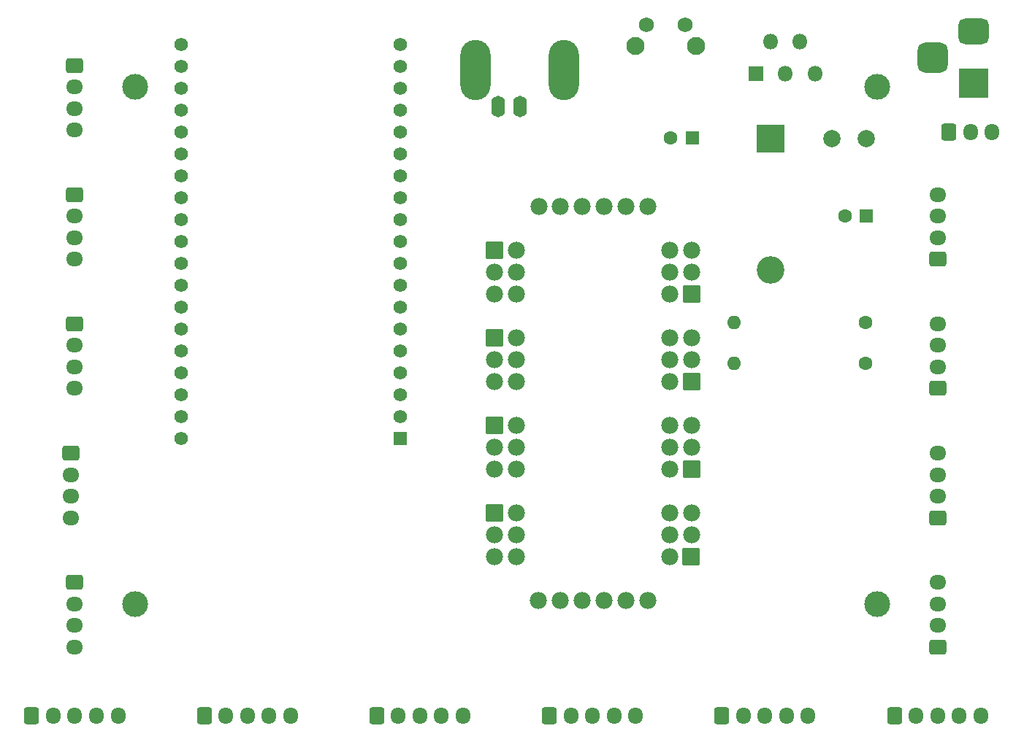
<source format=gbr>
%TF.GenerationSoftware,KiCad,Pcbnew,7.0.8*%
%TF.CreationDate,2024-05-21T16:54:11+02:00*%
%TF.ProjectId,IssaScope_v0.2,49737361-5363-46f7-9065-5f76302e322e,rev?*%
%TF.SameCoordinates,Original*%
%TF.FileFunction,Soldermask,Top*%
%TF.FilePolarity,Negative*%
%FSLAX46Y46*%
G04 Gerber Fmt 4.6, Leading zero omitted, Abs format (unit mm)*
G04 Created by KiCad (PCBNEW 7.0.8) date 2024-05-21 16:54:11*
%MOMM*%
%LPD*%
G01*
G04 APERTURE LIST*
G04 Aperture macros list*
%AMRoundRect*
0 Rectangle with rounded corners*
0 $1 Rounding radius*
0 $2 $3 $4 $5 $6 $7 $8 $9 X,Y pos of 4 corners*
0 Add a 4 corners polygon primitive as box body*
4,1,4,$2,$3,$4,$5,$6,$7,$8,$9,$2,$3,0*
0 Add four circle primitives for the rounded corners*
1,1,$1+$1,$2,$3*
1,1,$1+$1,$4,$5*
1,1,$1+$1,$6,$7*
1,1,$1+$1,$8,$9*
0 Add four rect primitives between the rounded corners*
20,1,$1+$1,$2,$3,$4,$5,0*
20,1,$1+$1,$4,$5,$6,$7,0*
20,1,$1+$1,$6,$7,$8,$9,0*
20,1,$1+$1,$8,$9,$2,$3,0*%
G04 Aperture macros list end*
%ADD10C,1.981200*%
%ADD11RoundRect,0.101600X-0.889000X-0.889000X0.889000X-0.889000X0.889000X0.889000X-0.889000X0.889000X0*%
%ADD12O,1.600200X2.499360*%
%ADD13O,3.500120X7.000240*%
%ADD14R,1.560000X1.560000*%
%ADD15C,1.560000*%
%ADD16RoundRect,0.250000X-0.600000X-0.725000X0.600000X-0.725000X0.600000X0.725000X-0.600000X0.725000X0*%
%ADD17O,1.700000X1.950000*%
%ADD18C,1.600000*%
%ADD19O,1.600000X1.600000*%
%ADD20RoundRect,0.250000X-0.725000X0.600000X-0.725000X-0.600000X0.725000X-0.600000X0.725000X0.600000X0*%
%ADD21O,1.950000X1.700000*%
%ADD22RoundRect,0.250000X0.725000X-0.600000X0.725000X0.600000X-0.725000X0.600000X-0.725000X-0.600000X0*%
%ADD23C,1.750000*%
%ADD24C,2.100000*%
%ADD25R,1.800000X1.800000*%
%ADD26O,1.800000X1.800000*%
%ADD27C,2.000000*%
%ADD28R,3.500000X3.500000*%
%ADD29RoundRect,0.750000X-1.000000X0.750000X-1.000000X-0.750000X1.000000X-0.750000X1.000000X0.750000X0*%
%ADD30RoundRect,0.875000X-0.875000X0.875000X-0.875000X-0.875000X0.875000X-0.875000X0.875000X0.875000X0*%
%ADD31C,3.000000*%
%ADD32O,3.200000X3.200000*%
%ADD33R,3.200000X3.200000*%
%ADD34R,1.600000X1.600000*%
G04 APERTURE END LIST*
D10*
%TO.C,U2*%
X151460000Y-119630000D03*
X148920000Y-119630000D03*
X146380000Y-119630000D03*
X143840000Y-119630000D03*
X141300000Y-119630000D03*
X138760000Y-119630000D03*
X138770000Y-73910000D03*
X141290000Y-73910000D03*
X143840000Y-73910000D03*
X146380000Y-73910000D03*
X148920000Y-73910000D03*
X151460000Y-73910000D03*
X136220000Y-78990000D03*
X136220000Y-81530000D03*
X136220000Y-84070000D03*
D11*
X133680000Y-78990000D03*
D10*
X133680000Y-81530000D03*
X133680000Y-84070000D03*
X136220000Y-89150000D03*
X136220000Y-91690000D03*
X136220000Y-94230000D03*
D11*
X133680000Y-89150000D03*
D10*
X133680000Y-91690000D03*
X133680000Y-94230000D03*
D11*
X133680000Y-99310000D03*
X133680000Y-109470000D03*
X156410000Y-114550000D03*
X156540000Y-104390000D03*
X156540000Y-94230000D03*
X156540000Y-84070000D03*
D10*
X136220000Y-99310000D03*
X136220000Y-101850000D03*
X136220000Y-104390000D03*
X133680000Y-101850000D03*
X133680000Y-104390000D03*
X136220000Y-109470000D03*
X136220000Y-112010000D03*
X133680000Y-112010000D03*
X133680000Y-114550000D03*
X136220000Y-114550000D03*
X154000000Y-114550000D03*
X154000000Y-112010000D03*
X156540000Y-112010000D03*
X156540000Y-109470000D03*
X154000000Y-109470000D03*
X154000000Y-104390000D03*
X154000000Y-101850000D03*
X154000000Y-99310000D03*
X156540000Y-99310000D03*
X156540000Y-101850000D03*
X154000000Y-94230000D03*
X154000000Y-91690000D03*
X156540000Y-91690000D03*
X154000000Y-78990000D03*
X156540000Y-78990000D03*
X154000000Y-81530000D03*
X156540000Y-81530000D03*
X154000000Y-84070000D03*
X156540000Y-89150000D03*
X154000000Y-89150000D03*
%TD*%
D12*
%TO.C,J26*%
X134075640Y-62276260D03*
X136575000Y-62276260D03*
D13*
X141675320Y-58011600D03*
X131477220Y-58011600D03*
%TD*%
D14*
%TO.C,U1*%
X122700000Y-100820000D03*
D15*
X122700000Y-98280000D03*
X122700000Y-55100000D03*
X122700000Y-95740000D03*
X122700000Y-93200000D03*
X122700000Y-90660000D03*
X122700000Y-88120000D03*
X122700000Y-85580000D03*
X122700000Y-83040000D03*
X122700000Y-80500000D03*
X122700000Y-77960000D03*
X122700000Y-75420000D03*
X122700000Y-72880000D03*
X122700000Y-70340000D03*
X122700000Y-67800000D03*
X122700000Y-65260000D03*
X122700000Y-62720000D03*
X122700000Y-60180000D03*
X122700000Y-57640000D03*
X97300000Y-100820000D03*
X97300000Y-98280000D03*
X97300000Y-95740000D03*
X97300000Y-93200000D03*
X97300000Y-90660000D03*
X97300000Y-88120000D03*
X97300000Y-85580000D03*
X97300000Y-83040000D03*
X97300000Y-80500000D03*
X97300000Y-77960000D03*
X97300000Y-75420000D03*
X97300000Y-72880000D03*
X97300000Y-70340000D03*
X97300000Y-67800000D03*
X97300000Y-65260000D03*
X97300000Y-62720000D03*
X97300000Y-60180000D03*
X97300000Y-57640000D03*
X97300000Y-55100000D03*
%TD*%
D16*
%TO.C,J4*%
X140000000Y-133000000D03*
D17*
X142500000Y-133000000D03*
X145000000Y-133000000D03*
X147500000Y-133000000D03*
X150000000Y-133000000D03*
%TD*%
D18*
%TO.C,R2*%
X176690000Y-87325000D03*
D19*
X161450000Y-87325000D03*
%TD*%
D18*
%TO.C,R1*%
X176690000Y-92075000D03*
D19*
X161450000Y-92075000D03*
%TD*%
D20*
%TO.C,J35*%
X85000000Y-117500000D03*
D21*
X85000000Y-120000000D03*
X85000000Y-122500000D03*
X85000000Y-125000000D03*
%TD*%
D20*
%TO.C,J34*%
X85000000Y-57500000D03*
D21*
X85000000Y-60000000D03*
X85000000Y-62500000D03*
X85000000Y-65000000D03*
%TD*%
D20*
%TO.C,J33*%
X85000000Y-72500000D03*
D21*
X85000000Y-75000000D03*
X85000000Y-77500000D03*
X85000000Y-80000000D03*
%TD*%
%TO.C,J32*%
X85000000Y-95000000D03*
X85000000Y-92500000D03*
X85000000Y-90000000D03*
D20*
X85000000Y-87500000D03*
%TD*%
D21*
%TO.C,J31*%
X185000000Y-117500000D03*
X185000000Y-120000000D03*
X185000000Y-122500000D03*
D22*
X185000000Y-125000000D03*
%TD*%
D20*
%TO.C,J30*%
X84500000Y-102500000D03*
D21*
X84500000Y-105000000D03*
X84500000Y-107500000D03*
X84500000Y-110000000D03*
%TD*%
D22*
%TO.C,J29*%
X185000000Y-110000000D03*
D21*
X185000000Y-107500000D03*
X185000000Y-105000000D03*
X185000000Y-102500000D03*
%TD*%
%TO.C,J28*%
X185000000Y-87500000D03*
X185000000Y-90000000D03*
X185000000Y-92500000D03*
D22*
X185000000Y-95000000D03*
%TD*%
D21*
%TO.C,J27*%
X185000000Y-72500000D03*
X185000000Y-75000000D03*
X185000000Y-77500000D03*
D22*
X185000000Y-80000000D03*
%TD*%
D16*
%TO.C,J6*%
X180000000Y-133000000D03*
D17*
X182500000Y-133000000D03*
X185000000Y-133000000D03*
X187500000Y-133000000D03*
X190000000Y-133000000D03*
%TD*%
D16*
%TO.C,J5*%
X160000000Y-133000000D03*
D17*
X162500000Y-133000000D03*
X165000000Y-133000000D03*
X167500000Y-133000000D03*
X170000000Y-133000000D03*
%TD*%
D16*
%TO.C,J3*%
X120000000Y-133000000D03*
D17*
X122500000Y-133000000D03*
X125000000Y-133000000D03*
X127500000Y-133000000D03*
X130000000Y-133000000D03*
%TD*%
D16*
%TO.C,J2*%
X100000000Y-133000000D03*
D17*
X102500000Y-133000000D03*
X105000000Y-133000000D03*
X107500000Y-133000000D03*
X110000000Y-133000000D03*
%TD*%
D16*
%TO.C,J1*%
X80000000Y-133000000D03*
D17*
X82500000Y-133000000D03*
X85000000Y-133000000D03*
X87500000Y-133000000D03*
X90000000Y-133000000D03*
%TD*%
D23*
%TO.C,SW2*%
X155725000Y-52800000D03*
X151225000Y-52800000D03*
D24*
X156985000Y-55290000D03*
X149975000Y-55290000D03*
%TD*%
D25*
%TO.C,U3*%
X163975000Y-58475000D03*
D26*
X165675000Y-54775000D03*
X167375000Y-58475000D03*
X169075000Y-54775000D03*
X170775000Y-58475000D03*
%TD*%
D17*
%TO.C,SW1*%
X191325000Y-65225000D03*
X188825000Y-65225000D03*
D16*
X186325000Y-65225000D03*
%TD*%
D27*
%TO.C,L1*%
X172775000Y-65975000D03*
X176775000Y-65975000D03*
%TD*%
D28*
%TO.C,J36*%
X189175000Y-59575000D03*
D29*
X189175000Y-53575000D03*
D30*
X184475000Y-56575000D03*
%TD*%
D31*
%TO.C,H4*%
X92000000Y-120000000D03*
%TD*%
%TO.C,H3*%
X178000000Y-120000000D03*
%TD*%
%TO.C,H2*%
X178000000Y-60000000D03*
%TD*%
%TO.C,H1*%
X92000000Y-60000000D03*
%TD*%
D32*
%TO.C,D1*%
X165675000Y-81215000D03*
D33*
X165675000Y-65975000D03*
%TD*%
D18*
%TO.C,C2*%
X174257380Y-75000000D03*
D34*
X176757380Y-75000000D03*
%TD*%
%TO.C,C1*%
X156550000Y-65925000D03*
D18*
X154050000Y-65925000D03*
%TD*%
M02*

</source>
